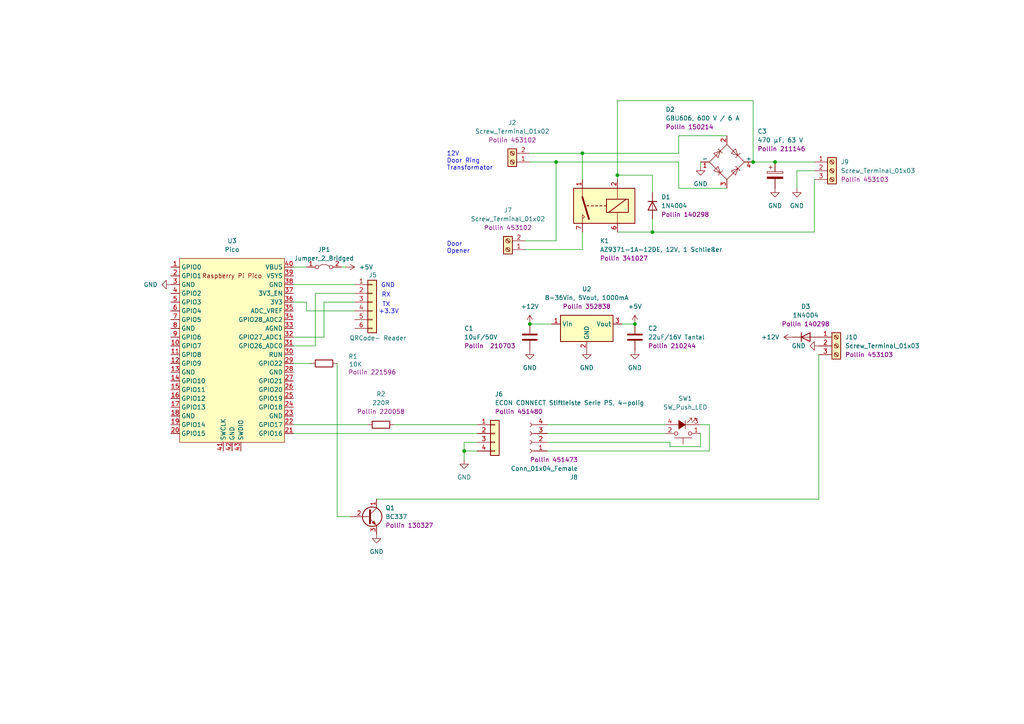
<source format=kicad_sch>
(kicad_sch (version 20231120) (generator "eeschema") (generator_version "8.0")
  (paper "A4")
  (lib_symbols
    (symbol "Connector:Conn_01x04_Female" (pin_names (offset 1.016) hide)
      (property "Reference" "J" (at 0 5.08 0))
      (property "Value" "Conn_01x04_Female" (at 0 -7.62 0))
      (symbol "Conn_01x04_Female_1_1"
        (arc (start 0 -4.572) (mid -0.5058 -5.08) (end 0 -5.588) (stroke (width 0.1524)))
        (arc (start 0 -2.032) (mid -0.5058 -2.54) (end 0 -3.048) (stroke (width 0.1524)))
        (polyline (pts (xy -1.27 -5.08) (xy -0.508 -5.08)) (stroke (width 0.1524)))
        (polyline (pts (xy -1.27 -2.54) (xy -0.508 -2.54)) (stroke (width 0.1524)))
        (polyline (pts (xy -1.27 0) (xy -0.508 0)) (stroke (width 0.1524)))
        (polyline (pts (xy -1.27 2.54) (xy -0.508 2.54)) (stroke (width 0.1524)))
        (arc (start 0 0.508) (mid -0.5058 0) (end 0 -0.508) (stroke (width 0.1524)))
        (arc (start 0 3.048) (mid -0.5058 2.54) (end 0 2.032) (stroke (width 0.1524)))
        (pin passive line (at -5.08 2.54 0) (length 3.81) (name "Pin_1") (number "1"))
        (pin passive line (at -5.08 0 0) (length 3.81) (name "Pin_2") (number "2"))
        (pin passive line (at -5.08 -2.54 0) (length 3.81) (name "Pin_3") (number "3"))
        (pin passive line (at -5.08 -5.08 0) (length 3.81) (name "Pin_4") (number "4"))
      )
    )
    (symbol "Connector:Screw_Terminal_01x02" (pin_names (offset 1.016) hide)
      (property "Reference" "J" (at 0 2.54 0))
      (property "Value" "Screw_Terminal_01x02" (at 0 -5.08 0))
      (symbol "Screw_Terminal_01x02_1_1"
        (rectangle (start -1.27 1.27) (end 1.27 -3.81) (stroke (width 0.254)) (fill (type background)))
        (circle (center 0 -2.54) (radius 0.635) (stroke (width 0.1524)))
        (polyline (pts (xy -0.5334 -2.2098) (xy 0.3302 -3.048)) (stroke (width 0.1524)))
        (polyline (pts (xy -0.5334 0.3302) (xy 0.3302 -0.508)) (stroke (width 0.1524)))
        (polyline (pts (xy -0.3556 -2.032) (xy 0.508 -2.8702)) (stroke (width 0.1524)))
        (polyline (pts (xy -0.3556 0.508) (xy 0.508 -0.3302)) (stroke (width 0.1524)))
        (circle (center 0 0) (radius 0.635) (stroke (width 0.1524)))
        (pin passive line (at -5.08 0 0) (length 3.81) (name "Pin_1") (number "1"))
        (pin passive line (at -5.08 -2.54 0) (length 3.81) (name "Pin_2") (number "2"))
      )
    )
    (symbol "Connector:Screw_Terminal_01x03" (pin_names (offset 1.016) hide)
      (property "Reference" "J" (at 0 5.08 0))
      (property "Value" "Screw_Terminal_01x03" (at 0 -5.08 0))
      (symbol "Screw_Terminal_01x03_1_1"
        (rectangle (start -1.27 3.81) (end 1.27 -3.81) (stroke (width 0.254)) (fill (type background)))
        (circle (center 0 -2.54) (radius 0.635) (stroke (width 0.1524)))
        (polyline (pts (xy -0.5334 -2.2098) (xy 0.3302 -3.048)) (stroke (width 0.1524)))
        (polyline (pts (xy -0.5334 0.3302) (xy 0.3302 -0.508)) (stroke (width 0.1524)))
        (polyline (pts (xy -0.5334 2.8702) (xy 0.3302 2.032)) (stroke (width 0.1524)))
        (polyline (pts (xy -0.3556 -2.032) (xy 0.508 -2.8702)) (stroke (width 0.1524)))
        (polyline (pts (xy -0.3556 0.508) (xy 0.508 -0.3302)) (stroke (width 0.1524)))
        (polyline (pts (xy -0.3556 3.048) (xy 0.508 2.2098)) (stroke (width 0.1524)))
        (circle (center 0 0) (radius 0.635) (stroke (width 0.1524)))
        (circle (center 0 2.54) (radius 0.635) (stroke (width 0.1524)))
        (pin passive line (at -5.08 2.54 0) (length 3.81) (name "Pin_1") (number "1"))
        (pin passive line (at -5.08 0 0) (length 3.81) (name "Pin_2") (number "2"))
        (pin passive line (at -5.08 -2.54 0) (length 3.81) (name "Pin_3") (number "3"))
      )
    )
    (symbol "Connector_Generic:Conn_01x04" (pin_names (offset 1.016) hide)
      (property "Reference" "J" (at 0 5.08 0))
      (property "Value" "Conn_01x04" (at 0 -7.62 0))
      (symbol "Conn_01x04_1_1"
        (rectangle (start -1.27 -4.953) (end 0 -5.207) (stroke (width 0.1524)))
        (rectangle (start -1.27 -2.413) (end 0 -2.667) (stroke (width 0.1524)))
        (rectangle (start -1.27 0.127) (end 0 -0.127) (stroke (width 0.1524)))
        (rectangle (start -1.27 2.667) (end 0 2.413) (stroke (width 0.1524)))
        (rectangle (start -1.27 3.81) (end 1.27 -6.35) (stroke (width 0.254)) (fill (type background)))
        (pin passive line (at -5.08 2.54 0) (length 3.81) (name "Pin_1") (number "1"))
        (pin passive line (at -5.08 0 0) (length 3.81) (name "Pin_2") (number "2"))
        (pin passive line (at -5.08 -2.54 0) (length 3.81) (name "Pin_3") (number "3"))
        (pin passive line (at -5.08 -5.08 0) (length 3.81) (name "Pin_4") (number "4"))
      )
    )
    (symbol "Connector_Generic:Conn_01x06" (pin_names (offset 1.016) hide)
      (property "Reference" "J" (at 0 7.62 0))
      (property "Value" "Conn_01x06" (at 0 -10.16 0))
      (symbol "Conn_01x06_1_1"
        (rectangle (start -1.27 -7.493) (end 0 -7.747) (stroke (width 0.1524)))
        (rectangle (start -1.27 -4.953) (end 0 -5.207) (stroke (width 0.1524)))
        (rectangle (start -1.27 -2.413) (end 0 -2.667) (stroke (width 0.1524)))
        (rectangle (start -1.27 0.127) (end 0 -0.127) (stroke (width 0.1524)))
        (rectangle (start -1.27 2.667) (end 0 2.413) (stroke (width 0.1524)))
        (rectangle (start -1.27 5.207) (end 0 4.953) (stroke (width 0.1524)))
        (rectangle (start -1.27 6.35) (end 1.27 -8.89) (stroke (width 0.254)) (fill (type background)))
        (pin passive line (at -5.08 5.08 0) (length 3.81) (name "Pin_1") (number "1"))
        (pin passive line (at -5.08 2.54 0) (length 3.81) (name "Pin_2") (number "2"))
        (pin passive line (at -5.08 0 0) (length 3.81) (name "Pin_3") (number "3"))
        (pin passive line (at -5.08 -2.54 0) (length 3.81) (name "Pin_4") (number "4"))
        (pin passive line (at -5.08 -5.08 0) (length 3.81) (name "Pin_5") (number "5"))
        (pin passive line (at -5.08 -7.62 0) (length 3.81) (name "Pin_6") (number "6"))
      )
    )
    (symbol "Device:C" (pin_numbers hide) (pin_names (offset 0.254))
      (property "Reference" "C" (at 0.635 2.54 0))
      (property "Value" "C" (at 0.635 -2.54 0))
      (symbol "C_0_1"
        (polyline (pts (xy -2.032 -0.762) (xy 2.032 -0.762)) (stroke (width 0.508)))
        (polyline (pts (xy -2.032 0.762) (xy 2.032 0.762)) (stroke (width 0.508)))
      )
      (symbol "C_1_1"
        (pin passive line (at 0 3.81 270) (length 2.794) (name "~") (number "1"))
        (pin passive line (at 0 -3.81 90) (length 2.794) (name "~") (number "2"))
      )
    )
    (symbol "Device:C_Polarized" (pin_numbers hide) (pin_names (offset 0.254))
      (property "Reference" "C" (at 0.635 2.54 0))
      (property "Value" "C_Polarized" (at 0.635 -2.54 0))
      (symbol "C_Polarized_0_1"
        (rectangle (start -2.286 0.508) (end 2.286 1.016))
        (polyline (pts (xy -1.778 2.286) (xy -0.762 2.286)))
        (polyline (pts (xy -1.27 2.794) (xy -1.27 1.778)))
        (rectangle (start 2.286 -0.508) (end -2.286 -1.016) (fill (type outline)))
      )
      (symbol "C_Polarized_1_1"
        (pin passive line (at 0 3.81 270) (length 2.794) (name "~") (number "1"))
        (pin passive line (at 0 -3.81 90) (length 2.794) (name "~") (number "2"))
      )
    )
    (symbol "Device:R" (pin_numbers hide) (pin_names (offset 0))
      (property "Reference" "R" (at 2.032 0 90))
      (property "Value" "R" (at 0 0 90))
      (symbol "R_0_1"
        (rectangle (start -1.016 -2.54) (end 1.016 2.54) (stroke (width 0.254)))
      )
      (symbol "R_1_1"
        (pin passive line (at 0 3.81 270) (length 1.27) (name "~") (number "1"))
        (pin passive line (at 0 -3.81 90) (length 1.27) (name "~") (number "2"))
      )
    )
    (symbol "Diode:1N4004" (pin_numbers hide) (pin_names (offset 1.016) hide)
      (property "Reference" "D" (at 0 2.54 0))
      (property "Value" "1N4004" (at 0 -2.54 0))
      (symbol "1N4004_0_1"
        (polyline (pts (xy -1.27 1.27) (xy -1.27 -1.27)) (stroke (width 0.254)))
        (polyline (pts (xy 1.27 0) (xy -1.27 0)))
        (polyline (pts (xy 1.27 1.27) (xy 1.27 -1.27) (xy -1.27 0) (xy 1.27 1.27)) (stroke (width 0.254)))
      )
      (symbol "1N4004_1_1"
        (pin passive line (at -3.81 0 0) (length 2.54) (name "K") (number "1"))
        (pin passive line (at 3.81 0 180) (length 2.54) (name "A") (number "2"))
      )
    )
    (symbol "Diode_Bridge:B80C2300-1500A" (pin_names (offset 0))
      (property "Reference" "D" (at 2.54 6.985 0))
      (property "Value" "B80C2300-1500A" (at 2.54 5.08 0))
      (symbol "B80C2300-1500A_0_1"
        (polyline (pts (xy -2.54 3.81) (xy -1.27 2.54)))
        (polyline (pts (xy -1.27 -2.54) (xy -2.54 -3.81)))
        (polyline (pts (xy 2.54 -1.27) (xy 3.81 -2.54)))
        (polyline (pts (xy 2.54 1.27) (xy 3.81 2.54)))
        (polyline (pts (xy -3.81 2.54) (xy -2.54 1.27) (xy -1.905 3.175) (xy -3.81 2.54)))
        (polyline (pts (xy -2.54 -1.27) (xy -3.81 -2.54) (xy -1.905 -3.175) (xy -2.54 -1.27)))
        (polyline (pts (xy 1.27 2.54) (xy 2.54 3.81) (xy 3.175 1.905) (xy 1.27 2.54)))
        (polyline (pts (xy 3.175 -1.905) (xy 1.27 -2.54) (xy 2.54 -3.81) (xy 3.175 -1.905)))
        (polyline (pts (xy -5.08 0) (xy 0 -5.08) (xy 5.08 0) (xy 0 5.08) (xy -5.08 0)))
      )
      (symbol "B80C2300-1500A_1_1"
        (pin passive line (at -7.62 0 0) (length 2.54) (name "-") (number "1"))
        (pin passive line (at 0 7.62 270) (length 2.54) (name "~") (number "2"))
        (pin passive line (at 0 -7.62 90) (length 2.54) (name "~") (number "3"))
        (pin passive line (at 7.62 0 180) (length 2.54) (name "+") (number "4"))
      )
    )
    (symbol "Jumper:Jumper_2_Bridged" (pin_names (offset 0) hide)
      (property "Reference" "JP" (at 0 1.905 0))
      (property "Value" "Jumper_2_Bridged" (at 0 -2.54 0))
      (symbol "Jumper_2_Bridged_0_0"
        (circle (center -2.032 0) (radius 0.508))
        (circle (center 2.032 0) (radius 0.508))
      )
      (symbol "Jumper_2_Bridged_0_1"
        (arc (start 1.524 0.254) (mid 0 0.762) (end -1.524 0.254))
      )
      (symbol "Jumper_2_Bridged_1_1"
        (pin passive line (at -5.08 0 0) (length 2.54) (name "A") (number "1"))
        (pin passive line (at 5.08 0 180) (length 2.54) (name "B") (number "2"))
      )
    )
    (symbol "MCU_RaspberryPi_and_Boards:Pico"
      (property "Reference" "U" (at -13.97 27.94 0))
      (property "Value" "Pico" (at 0 19.05 0))
      (symbol "Pico_0_0"
        (text "Raspberry Pi Pico" (at 0 21.59 0) (effects (font (size 1.27 1.27))))
      )
      (symbol "Pico_0_1"
        (rectangle (start -15.24 26.67) (end 15.24 -26.67) (fill (type background)))
      )
      (symbol "Pico_1_1"
        (pin bidirectional line (at -17.78 24.13 0) (length 2.54) (name "GPIO0") (number "1"))
        (pin bidirectional line (at -17.78 1.27 0) (length 2.54) (name "GPIO7") (number "10"))
        (pin bidirectional line (at -17.78 -1.27 0) (length 2.54) (name "GPIO8") (number "11"))
        (pin bidirectional line (at -17.78 -3.81 0) (length 2.54) (name "GPIO9") (number "12"))
        (pin power_in line (at -17.78 -6.35 0) (length 2.54) (name "GND") (number "13"))
        (pin bidirectional line (at -17.78 -8.89 0) (length 2.54) (name "GPIO10") (number "14"))
        (pin bidirectional line (at -17.78 -11.43 0) (length 2.54) (name "GPIO11") (number "15"))
        (pin bidirectional line (at -17.78 -13.97 0) (length 2.54) (name "GPIO12") (number "16"))
        (pin bidirectional line (at -17.78 -16.51 0) (length 2.54) (name "GPIO13") (number "17"))
        (pin power_in line (at -17.78 -19.05 0) (length 2.54) (name "GND") (number "18"))
        (pin bidirectional line (at -17.78 -21.59 0) (length 2.54) (name "GPIO14") (number "19"))
        (pin bidirectional line (at -17.78 21.59 0) (length 2.54) (name "GPIO1") (number "2"))
        (pin bidirectional line (at -17.78 -24.13 0) (length 2.54) (name "GPIO15") (number "20"))
        (pin bidirectional line (at 17.78 -24.13 180) (length 2.54) (name "GPIO16") (number "21"))
        (pin bidirectional line (at 17.78 -21.59 180) (length 2.54) (name "GPIO17") (number "22"))
        (pin power_in line (at 17.78 -19.05 180) (length 2.54) (name "GND") (number "23"))
        (pin bidirectional line (at 17.78 -16.51 180) (length 2.54) (name "GPIO18") (number "24"))
        (pin bidirectional line (at 17.78 -13.97 180) (length 2.54) (name "GPIO19") (number "25"))
        (pin bidirectional line (at 17.78 -11.43 180) (length 2.54) (name "GPIO20") (number "26"))
        (pin bidirectional line (at 17.78 -8.89 180) (length 2.54) (name "GPIO21") (number "27"))
        (pin power_in line (at 17.78 -6.35 180) (length 2.54) (name "GND") (number "28"))
        (pin bidirectional line (at 17.78 -3.81 180) (length 2.54) (name "GPIO22") (number "29"))
        (pin power_in line (at -17.78 19.05 0) (length 2.54) (name "GND") (number "3"))
        (pin input line (at 17.78 -1.27 180) (length 2.54) (name "RUN") (number "30"))
        (pin bidirectional line (at 17.78 1.27 180) (length 2.54) (name "GPIO26_ADC0") (number "31"))
        (pin bidirectional line (at 17.78 3.81 180) (length 2.54) (name "GPIO27_ADC1") (number "32"))
        (pin power_in line (at 17.78 6.35 180) (length 2.54) (name "AGND") (number "33"))
        (pin bidirectional line (at 17.78 8.89 180) (length 2.54) (name "GPIO28_ADC2") (number "34"))
        (pin power_in line (at 17.78 11.43 180) (length 2.54) (name "ADC_VREF") (number "35"))
        (pin power_in line (at 17.78 13.97 180) (length 2.54) (name "3V3") (number "36"))
        (pin input line (at 17.78 16.51 180) (length 2.54) (name "3V3_EN") (number "37"))
        (pin bidirectional line (at 17.78 19.05 180) (length 2.54) (name "GND") (number "38"))
        (pin power_in line (at 17.78 21.59 180) (length 2.54) (name "VSYS") (number "39"))
        (pin bidirectional line (at -17.78 16.51 0) (length 2.54) (name "GPIO2") (number "4"))
        (pin power_in line (at 17.78 24.13 180) (length 2.54) (name "VBUS") (number "40"))
        (pin input line (at -2.54 -29.21 90) (length 2.54) (name "SWCLK") (number "41"))
        (pin power_in line (at 0 -29.21 90) (length 2.54) (name "GND") (number "42"))
        (pin bidirectional line (at 2.54 -29.21 90) (length 2.54) (name "SWDIO") (number "43"))
        (pin bidirectional line (at -17.78 13.97 0) (length 2.54) (name "GPIO3") (number "5"))
        (pin bidirectional line (at -17.78 11.43 0) (length 2.54) (name "GPIO4") (number "6"))
        (pin bidirectional line (at -17.78 8.89 0) (length 2.54) (name "GPIO5") (number "7"))
        (pin power_in line (at -17.78 6.35 0) (length 2.54) (name "GND") (number "8"))
        (pin bidirectional line (at -17.78 3.81 0) (length 2.54) (name "GPIO6") (number "9"))
      )
    )
    (symbol "Regulator_Switching:TSR_1-2450"
      (property "Reference" "U" (at -7.62 6.35 0))
      (property "Value" "TSR_1-2450" (at -1.27 6.35 0))
      (symbol "TSR_1-2450_0_1"
        (rectangle (start -7.62 5.08) (end 7.62 -2.54) (stroke (width 0.254)) (fill (type background)))
      )
      (symbol "TSR_1-2450_1_1"
        (pin power_in line (at -10.16 2.54 0) (length 2.54) (name "Vin") (number "1"))
        (pin power_in line (at 0 -5.08 90) (length 2.54) (name "GND") (number "2"))
        (pin power_out line (at 10.16 2.54 180) (length 2.54) (name "Vout") (number "3"))
      )
    )
    (symbol "Relay:DIPxx-1Axx-11x"
      (property "Reference" "K" (at 8.89 3.81 0))
      (property "Value" "DIPxx-1Axx-11x" (at 8.89 1.27 0))
      (symbol "DIPxx-1Axx-11x_0_0"
        (polyline (pts (xy 5.08 5.08) (xy 5.08 2.54) (xy 4.445 3.175) (xy 5.08 3.81)))
      )
      (symbol "DIPxx-1Axx-11x_0_1"
        (rectangle (start -10.16 5.08) (end 7.62 -5.08) (stroke (width 0.254)) (fill (type background)))
        (rectangle (start -8.255 1.905) (end -1.905 -1.905) (stroke (width 0.254)))
        (polyline (pts (xy -7.62 -1.905) (xy -2.54 1.905)) (stroke (width 0.254)))
        (polyline (pts (xy -5.08 -5.08) (xy -5.08 -1.905)))
        (polyline (pts (xy -5.08 5.08) (xy -5.08 1.905)))
        (polyline (pts (xy -1.905 0) (xy -1.27 0)) (stroke (width 0.254)))
        (polyline (pts (xy -0.635 0) (xy 0 0)) (stroke (width 0.254)))
        (polyline (pts (xy 0.635 0) (xy 1.27 0)) (stroke (width 0.254)))
        (polyline (pts (xy 1.905 0) (xy 2.54 0)) (stroke (width 0.254)))
        (polyline (pts (xy 3.175 0) (xy 3.81 0)) (stroke (width 0.254)))
        (polyline (pts (xy 5.08 -2.54) (xy 3.175 3.81)) (stroke (width 0.508)))
        (polyline (pts (xy 5.08 -2.54) (xy 5.08 -5.08)))
      )
      (symbol "DIPxx-1Axx-11x_1_1"
        (pin passive line (at 5.08 -7.62 90) (length 2.54) (name "~") (number "1"))
        (pin passive line (at 5.08 -7.62 90) (length 2.54) hide (name "~") (number "14"))
        (pin passive line (at -5.08 -7.62 90) (length 2.54) (name "~") (number "2"))
        (pin passive line (at -5.08 7.62 270) (length 2.54) (name "~") (number "6"))
        (pin passive line (at 5.08 7.62 270) (length 2.54) (name "~") (number "7"))
        (pin passive line (at 5.08 7.62 270) (length 2.54) hide (name "~") (number "8"))
      )
    )
    (symbol "Switch:SW_Push_LED" (pin_names (offset 1.016) hide)
      (property "Reference" "SW" (at 0.635 5.715 0))
      (property "Value" "SW_Push_LED" (at 0 -3.175 0))
      (symbol "SW_Push_LED_0_0"
        (polyline (pts (xy -3.81 -1.905) (xy -2.54 -0.635)))
        (polyline (pts (xy -2.54 -1.905) (xy -1.27 -0.635)))
        (polyline (pts (xy -2.54 0) (xy 2.54 0)))
        (polyline (pts (xy -0.635 1.27) (xy -0.635 -1.27)))
        (polyline (pts (xy -3.81 -1.27) (xy -3.81 -1.905) (xy -3.175 -1.905)))
        (polyline (pts (xy -2.54 -1.27) (xy -2.54 -1.905) (xy -1.905 -1.905)))
        (polyline (pts (xy -0.635 0) (xy 1.27 1.27) (xy 1.27 -1.27) (xy -0.635 0)) (fill (type outline)))
      )
      (symbol "SW_Push_LED_0_1"
        (circle (center -2.032 2.54) (radius 0.508))
        (polyline (pts (xy 0 3.81) (xy 0 5.588)))
        (polyline (pts (xy 2.54 3.81) (xy -2.54 3.81)))
        (circle (center 2.032 2.54) (radius 0.508))
        (pin passive line (at -5.08 2.54 0) (length 2.54) (name "1") (number "1"))
        (pin passive line (at 5.08 2.54 180) (length 2.54) (name "2") (number "2"))
        (pin passive line (at -5.08 0 0) (length 2.54) (name "K") (number "3"))
        (pin passive line (at 5.08 0 180) (length 2.54) (name "A") (number "4"))
      )
    )
    (symbol "Transistor_BJT:BC337" (pin_names (offset 0) hide)
      (property "Reference" "Q" (at 5.08 1.905 0))
      (property "Value" "BC337" (at 5.08 0 0))
      (symbol "BC337_0_1"
        (polyline (pts (xy 0 0) (xy 0.635 0)))
        (polyline (pts (xy 0.635 0.635) (xy 2.54 2.54)))
        (polyline (pts (xy 0.635 -0.635) (xy 2.54 -2.54) (xy 2.54 -2.54)))
        (polyline (pts (xy 0.635 1.905) (xy 0.635 -1.905) (xy 0.635 -1.905)) (stroke (width 0.508)))
        (polyline (pts (xy 1.27 -1.778) (xy 1.778 -1.27) (xy 2.286 -2.286) (xy 1.27 -1.778) (xy 1.27 -1.778)) (fill (type outline)))
        (circle (center 1.27 0) (radius 2.8194) (stroke (width 0.254)))
      )
      (symbol "BC337_1_1"
        (pin passive line (at 2.54 5.08 270) (length 2.54) (name "C") (number "1"))
        (pin input line (at -5.08 0 0) (length 5.08) (name "B") (number "2"))
        (pin passive line (at 2.54 -5.08 90) (length 2.54) (name "E") (number "3"))
      )
    )
    (symbol "power:+12V" (power) (pin_names (offset 0))
      (property "Value" "+12V" (at 0 3.556 0))
      (symbol "+12V_0_1"
        (polyline (pts (xy -0.762 1.27) (xy 0 2.54)))
        (polyline (pts (xy 0 0) (xy 0 2.54)))
        (polyline (pts (xy 0 2.54) (xy 0.762 1.27)))
      )
      (symbol "+12V_1_1"
        (pin power_in line (at 0 0 90) (length 0) hide (name "+12V") (number "1"))
      )
    )
    (symbol "power:+5V" (power) (pin_names (offset 0))
      (property "Value" "+5V" (at 0 3.556 0))
      (symbol "+5V_0_1"
        (polyline (pts (xy -0.762 1.27) (xy 0 2.54)))
        (polyline (pts (xy 0 0) (xy 0 2.54)))
        (polyline (pts (xy 0 2.54) (xy 0.762 1.27)))
      )
      (symbol "+5V_1_1"
        (pin power_in line (at 0 0 90) (length 0) hide (name "+5V") (number "1"))
      )
    )
    (symbol "power:GND" (power) (pin_names (offset 0))
      (property "Value" "GND" (at 0 -3.81 0))
      (symbol "GND_0_1"
        (polyline (pts (xy 0 0) (xy 0 -1.27) (xy 1.27 -1.27) (xy 0 -2.54) (xy -1.27 -1.27) (xy 0 -1.27)))
      )
      (symbol "GND_1_1"
        (pin power_in line (at 0 0 270) (length 0) hide (name "GND") (number "1"))
      )
    )
  )
  (junction (at 134.62 130.81))
  (junction (at 184.15 93.98))
  (junction (at 189.23 67.31))
  (junction (at 179.07 50.8))
  (junction (at 168.91 44.45))
  (junction (at 161.29 46.99))
  (junction (at 153.67 93.98))
  (junction (at 224.79 46.99))
  (junction (at 218.44 46.99))
  (wire (pts (xy 91.44 85.09) (xy 91.44 100.33)))
  (wire (pts (xy 114.3 123.19) (xy 138.43 123.19)))
  (wire (pts (xy 189.23 63.5) (xy 189.23 67.31)))
  (wire (pts (xy 134.62 130.81) (xy 134.62 133.35)))
  (wire (pts (xy 237.49 144.78) (xy 109.22 144.78)))
  (wire (pts (xy 205.74 130.81) (xy 158.75 130.81)))
  (wire (pts (xy 189.23 67.31) (xy 236.22 67.31)))
  (wire (pts (xy 231.14 49.53) (xy 231.14 54.61)))
  (wire (pts (xy 189.23 50.8) (xy 179.07 50.8)))
  (wire (pts (xy 194.31 128.27) (xy 158.75 128.27)))
  (wire (pts (xy 153.67 46.99) (xy 161.29 46.99)))
  (wire (pts (xy 91.44 100.33) (xy 85.09 100.33)))
  (wire (pts (xy 196.85 39.37) (xy 196.85 44.45)))
  (wire (pts (xy 102.87 87.63) (xy 93.98 87.63)))
  (wire (pts (xy 153.67 93.98) (xy 160.02 93.98)))
  (wire (pts (xy 85.09 123.19) (xy 106.68 123.19)))
  (wire (pts (xy 218.44 46.99) (xy 218.44 29.21)))
  (wire (pts (xy 168.91 72.39) (xy 152.4 72.39)))
  (wire (pts (xy 205.74 123.19) (xy 205.74 130.81)))
  (wire (pts (xy 210.82 54.61) (xy 196.85 54.61)))
  (wire (pts (xy 203.2 48.26) (xy 203.2 46.99)))
  (wire (pts (xy 134.62 130.81) (xy 138.43 130.81)))
  (wire (pts (xy 236.22 49.53) (xy 231.14 49.53)))
  (wire (pts (xy 180.34 93.98) (xy 184.15 93.98)))
  (wire (pts (xy 218.44 46.99) (xy 224.79 46.99)))
  (wire (pts (xy 97.79 105.41) (xy 97.79 149.86)))
  (wire (pts (xy 179.07 67.31) (xy 189.23 67.31)))
  (wire (pts (xy 102.87 85.09) (xy 91.44 85.09)))
  (wire (pts (xy 203.2 129.54) (xy 194.31 129.54)))
  (wire (pts (xy 161.29 46.99) (xy 196.85 46.99)))
  (wire (pts (xy 168.91 44.45) (xy 168.91 52.07)))
  (wire (pts (xy 161.29 46.99) (xy 161.29 69.85)))
  (wire (pts (xy 100.33 77.47) (xy 99.06 77.47)))
  (wire (pts (xy 210.82 39.37) (xy 196.85 39.37)))
  (wire (pts (xy 85.09 125.73) (xy 138.43 125.73)))
  (wire (pts (xy 196.85 44.45) (xy 168.91 44.45)))
  (wire (pts (xy 85.09 77.47) (xy 88.9 77.47)))
  (wire (pts (xy 179.07 29.21) (xy 179.07 50.8)))
  (wire (pts (xy 85.09 82.55) (xy 102.87 82.55)))
  (wire (pts (xy 93.98 87.63) (xy 93.98 97.79)))
  (wire (pts (xy 196.85 54.61) (xy 196.85 46.99)))
  (wire (pts (xy 88.9 87.63) (xy 88.9 90.17)))
  (wire (pts (xy 93.98 97.79) (xy 85.09 97.79)))
  (wire (pts (xy 218.44 29.21) (xy 179.07 29.21)))
  (wire (pts (xy 88.9 90.17) (xy 102.87 90.17)))
  (wire (pts (xy 158.75 125.73) (xy 193.04 125.73)))
  (wire (pts (xy 85.09 105.41) (xy 90.17 105.41)))
  (wire (pts (xy 224.79 46.99) (xy 236.22 46.99)))
  (wire (pts (xy 194.31 129.54) (xy 194.31 128.27)))
  (wire (pts (xy 97.79 149.86) (xy 101.6 149.86)))
  (wire (pts (xy 168.91 67.31) (xy 168.91 72.39)))
  (wire (pts (xy 158.75 123.19) (xy 193.04 123.19)))
  (wire (pts (xy 134.62 128.27) (xy 134.62 130.81)))
  (wire (pts (xy 138.43 128.27) (xy 134.62 128.27)))
  (wire (pts (xy 203.2 125.73) (xy 203.2 129.54)))
  (wire (pts (xy 237.49 102.87) (xy 237.49 144.78)))
  (wire (pts (xy 203.2 123.19) (xy 205.74 123.19)))
  (wire (pts (xy 161.29 69.85) (xy 152.4 69.85)))
  (wire (pts (xy 88.9 87.63) (xy 85.09 87.63)))
  (wire (pts (xy 168.91 44.45) (xy 153.67 44.45)))
  (wire (pts (xy 179.07 50.8) (xy 179.07 52.07)))
  (wire (pts (xy 189.23 55.88) (xy 189.23 50.8)))
  (wire (pts (xy 236.22 67.31) (xy 236.22 52.07)))
  (text "Door\nOpener" (at 129.54 73.66 0) (effects (font (size 1.27 1.27)) (justify left bottom)))
  (text "+3.3V" (at 112.776 90.424 0) (effects (font (size 1.27 1.27))))
  (text "TX" (at 112.014 88.392 0) (effects (font (size 1.27 1.27))))
  (text "12V\nDoor Ring\nTransformator" (at 129.54 49.53 0) (effects (font (size 1.27 1.27)) (justify left bottom)))
  (text "GND" (at 112.522 82.804 0) (effects (font (size 1.27 1.27))))
  (text "RX" (at 112.014 85.598 0) (effects (font (size 1.27 1.27))))
  (symbol (lib_id "Diode_Bridge:B80C2300-1500A") (at 210.82 46.99 0) (unit 1)
    (property "Reference" "D2" (at 193.04 31.75 0) (effects (justify left)))
    (property "Value" "GBU606, 600 V / 6 A" (at 193.04 34.29 0) (effects (justify left)))
    (property "Footprint" "Diode_THT:Diode_Bridge_19.0x3.5x10.0mm_P5.0mm" (effects (hide yes)))
    (property "Datasheet" "https://diotec.com/tl_files/diotec/files/pdf/datasheets/b40c2300.pdf" (effects (hide yes)))
    (property "Supplier" "Pollin 150214" (at 193.04 36.83 0) (effects (justify left)))
  )
  (symbol (lib_id "power:GND") (at 231.14 54.61 0) (unit 1)
    (property "Reference" "#PWR014" (effects (hide yes)))
    (property "Value" "GND" (at 231.14 59.69 0))
  )
  (symbol (lib_id "power:GND") (at 237.49 100.33 270) (unit 1)
    (property "Reference" "#PWR015" (effects (hide yes)))
    (property "Value" "GND" (at 233.68 100.3299 90) (effects (justify right)))
  )
  (symbol (lib_id "Connector:Screw_Terminal_01x03") (at 241.3 49.53 0) (unit 1)
    (property "Reference" "J9" (at 243.84 46.9899 0) (effects (justify left)))
    (property "Value" "Screw_Terminal_01x03" (at 243.84 49.5299 0) (effects (justify left)))
    (property "Supplier" "Pollin 453103" (at 243.84 52.0699 0) (effects (justify left)))
  )
  (symbol (lib_id "MCU_RaspberryPi_and_Boards:Pico") (at 67.31 101.6 0) (unit 1)
    (property "Reference" "U3" (at 67.31 69.85 0))
    (property "Value" "Pico" (at 67.31 72.39 0))
    (property "Footprint" "RPi_Pico:RPi_Pico_SMD_TH" (effects (hide yes)))
  )
  (symbol (lib_id "power:+12V") (at 153.67 93.98 0) (unit 1)
    (property "Reference" "#PWR06" (effects (hide yes)))
    (property "Value" "+12V" (at 153.67 88.9 0))
  )
  (symbol (lib_id "Relay:DIPxx-1Axx-11x") (at 173.99 59.69 180) (unit 1)
    (property "Reference" "K1" (at 173.99 69.85 0) (effects (justify right)))
    (property "Value" "AZ9371-1A-12DE, 12V, 1 Schließer" (at 173.99 72.39 0) (effects (justify right)))
    (property "Footprint" "Relay_THT:Relay_StandexMeder_DIP_LowProfile" (effects (hide yes)))
    (property "Datasheet" "https://standexelectronics.com/wp-content/uploads/datasheet_reed_relay_DIP.pdf" (effects (hide yes)))
    (property "Supplier" "Pollin 341027" (at 173.99 74.93 0) (effects (justify right)))
  )
  (symbol (lib_id "Device:C_Polarized") (at 224.79 50.8 0) (unit 1)
    (property "Reference" "C3" (at 219.71 38.1 0) (effects (justify left)))
    (property "Value" "470 µF, 63 V" (at 219.71 40.64 0) (effects (justify left)))
    (property "Supplier" "Pollin 211146" (at 219.71 43.18 0) (effects (justify left)))
  )
  (symbol (lib_id "Connector_Generic:Conn_01x06") (at 107.95 87.63 0) (unit 1)
    (property "Reference" "J5" (at 106.934 79.756 0) (effects (justify left)))
    (property "Value" "QRCode- Reader" (at 101.346 98.044 0) (effects (justify left)))
    (property "Description" "Generic connector, single row, 01x06, script generated (kicad-library-utils/schlib/autogen/connector/)" (effects (hide yes)))
  )
  (symbol (lib_id "power:GND") (at 153.67 101.6 0) (unit 1)
    (property "Reference" "#PWR07" (effects (hide yes)))
    (property "Value" "GND" (at 153.67 106.68 0))
  )
  (symbol (lib_id "Connector:Screw_Terminal_01x02") (at 147.32 72.39 180) (unit 1)
    (property "Reference" "J7" (at 147.32 60.96 0))
    (property "Value" "Screw_Terminal_01x02" (at 147.32 63.5 0))
    (property "Supplier" "Pollin 453102" (at 147.32 66.04 0))
  )
  (symbol (lib_id "Regulator_Switching:TSR_1-2450") (at 170.18 96.52 0) (unit 1)
    (property "Reference" "U2" (at 170.18 83.82 0))
    (property "Value" "8-36Vin, 5Vout, 1000mA" (at 170.18 86.36 0))
    (property "Footprint" "Converter_DCDC:Converter_DCDC_TRACO_TSR-1_THT" (effects (hide yes)))
    (property "Datasheet" "http://www.tracopower.com/products/tsr1.pdf" (effects (hide yes)))
    (property "Supplier" "Pollin 352838" (at 170.18 88.9 0))
  )
  (symbol (lib_id "power:GND") (at 170.18 101.6 0) (unit 1)
    (property "Reference" "#PWR08" (effects (hide yes)))
    (property "Value" "GND" (at 170.18 106.68 0))
  )
  (symbol (lib_id "Transistor_BJT:BC337") (at 106.68 149.86 0) (unit 1)
    (property "Reference" "Q1" (at 111.76 147.3199 0) (effects (justify left)))
    (property "Value" "BC337" (at 111.76 149.8599 0) (effects (justify left)))
    (property "Footprint" "Package_TO_SOT_THT:TO-92_Inline" (effects (hide yes)))
    (property "Datasheet" "https://diotec.com/tl_files/diotec/files/pdf/datasheets/bc337.pdf" (effects (hide yes)))
    (property "Supplier" "Pollin 130327" (at 111.76 152.3999 0) (effects (justify left)))
  )
  (symbol (lib_id "power:GND") (at 224.79 54.61 0) (unit 1)
    (property "Reference" "#PWR012" (effects (hide yes)))
    (property "Value" "GND" (at 224.79 59.69 0))
  )
  (symbol (lib_id "Jumper:Jumper_2_Bridged") (at 93.98 77.47 0) (unit 1)
    (property "Reference" "JP1" (at 93.98 72.39 0))
    (property "Value" "Jumper_2_Bridged" (at 93.98 74.93 0))
    (property "Description" "Jumper, 2-pole, closed/bridged" (effects (hide yes)))
  )
  (symbol (lib_id "Connector:Conn_01x04_Female") (at 153.67 128.27 180) (unit 1)
    (property "Reference" "J8" (at 167.64 138.43 0) (effects (justify left)))
    (property "Value" "Conn_01x04_Female" (at 167.64 135.89 0) (effects (justify left)))
    (property "Supplier" "Pollin 451473" (at 167.64 133.35 0) (effects (justify left)))
  )
  (symbol (lib_id "power:+12V") (at 229.87 97.79 90) (unit 1)
    (property "Reference" "#PWR013" (effects (hide yes)))
    (property "Value" "+12V" (at 226.06 97.7899 90) (effects (justify left)))
  )
  (symbol (lib_id "Device:C") (at 153.67 97.79 0) (unit 1)
    (property "Reference" "C1" (at 134.62 95.2499 0) (effects (justify left)))
    (property "Value" "10uF/50V" (at 134.62 97.7899 0) (effects (justify left)))
    (property "Supplier" "Pollin  210703" (at 134.62 100.3299 0) (effects (justify left)))
  )
  (symbol (lib_id "Diode:1N4004") (at 233.68 97.79 0) (unit 1)
    (property "Reference" "D3" (at 233.68 88.9 0))
    (property "Value" "1N4004" (at 233.68 91.44 0))
    (property "Footprint" "Diode_THT:D_DO-41_SOD81_P10.16mm_Horizontal" (effects (hide yes)))
    (property "Datasheet" "http://www.vishay.com/docs/88503/1n4001.pdf" (effects (hide yes)))
    (property "Supplier" "Pollin 140298" (at 233.68 93.98 0))
  )
  (symbol (lib_id "power:GND") (at 49.53 82.55 270) (unit 1)
    (property "Reference" "#PWR01" (effects (hide yes)))
    (property "Value" "GND" (at 45.72 82.5499 90) (effects (justify right)))
  )
  (symbol (lib_id "power:GND") (at 203.2 48.26 0) (unit 1)
    (property "Reference" "#PWR011" (effects (hide yes)))
    (property "Value" "GND" (at 203.2 53.34 0))
  )
  (symbol (lib_id "power:GND") (at 184.15 101.6 0) (unit 1)
    (property "Reference" "#PWR010" (effects (hide yes)))
    (property "Value" "GND" (at 184.15 106.68 0))
  )
  (symbol (lib_id "power:GND") (at 134.62 133.35 0) (unit 1)
    (property "Reference" "#PWR05" (effects (hide yes)))
    (property "Value" "GND" (at 134.62 138.43 0))
  )
  (symbol (lib_id "power:GND") (at 109.22 154.94 0) (unit 1)
    (property "Reference" "#PWR03" (effects (hide yes)))
    (property "Value" "GND" (at 109.22 160.02 0))
  )
  (symbol (lib_id "Device:R") (at 110.49 123.19 90) (unit 1)
    (property "Reference" "R2" (at 110.49 114.3 90))
    (property "Value" "220R" (at 110.49 116.84 90))
    (property "Supplier" "Pollin 220058" (at 110.49 119.38 90))
  )
  (symbol (lib_id "power:+5V") (at 184.15 93.98 0) (unit 1)
    (property "Reference" "#PWR09" (effects (hide yes)))
    (property "Value" "+5V" (at 184.15 88.9 0))
  )
  (symbol (lib_id "Connector:Screw_Terminal_01x02") (at 148.59 46.99 180) (unit 1)
    (property "Reference" "J2" (at 148.59 35.56 0))
    (property "Value" "Screw_Terminal_01x02" (at 148.59 38.1 0))
    (property "Supplier" "Pollin 453102" (at 148.59 40.64 0))
  )
  (symbol (lib_id "Connector_Generic:Conn_01x04") (at 143.51 125.73 0) (unit 1)
    (property "Reference" "J6" (at 143.51 114.3 0) (effects (justify left)))
    (property "Value" "ECON CONNECT Stiftleiste Serie PS, 4-polig" (at 143.51 116.84 0) (effects (justify left)))
    (property "Supplier" "Pollin 451480" (at 143.51 119.38 0) (effects (justify left)))
  )
  (symbol (lib_id "Device:R") (at 93.98 105.41 90) (unit 1)
    (property "Reference" "R1" (at 102.362 103.378 90))
    (property "Value" "10K" (at 103.124 105.664 90))
    (property "Supplier" "Pollin 221596" (at 107.95 107.95 90))
  )
  (symbol (lib_id "Device:C") (at 184.15 97.79 0) (unit 1)
    (property "Reference" "C2" (at 187.96 95.2499 0) (effects (justify left)))
    (property "Value" "22uF/16V Tantal" (at 187.96 97.7899 0) (effects (justify left)))
    (property "Supplier" "Pollin 210244" (at 187.96 100.3299 0) (effects (justify left)))
  )
  (symbol (lib_id "Connector:Screw_Terminal_01x03") (at 242.57 100.33 0) (unit 1)
    (property "Reference" "J10" (at 245.11 97.7899 0) (effects (justify left)))
    (property "Value" "Screw_Terminal_01x03" (at 245.11 100.3299 0) (effects (justify left)))
    (property "Supplier" "Pollin 453103" (at 245.11 102.8699 0) (effects (justify left)))
  )
  (symbol (lib_id "power:+5V") (at 100.33 77.47 270) (unit 1)
    (property "Reference" "#PWR02" (effects (hide yes)))
    (property "Value" "+5V" (at 104.14 77.4699 90) (effects (justify left)))
  )
  (symbol (lib_id "Diode:1N4004") (at 189.23 59.69 270) (unit 1)
    (property "Reference" "D1" (at 191.77 57.1499 90) (effects (justify left)))
    (property "Value" "1N4004" (at 191.77 59.6899 90) (effects (justify left)))
    (property "Footprint" "Diode_THT:D_DO-41_SOD81_P10.16mm_Horizontal" (effects (hide yes)))
    (property "Datasheet" "http://www.vishay.com/docs/88503/1n4001.pdf" (effects (hide yes)))
    (property "Supplier" "Pollin 140298" (at 191.77 62.2299 90) (effects (justify left)))
  )
  (symbol (lib_id "Switch:SW_Push_LED") (at 198.12 123.19 180) (unit 1)
    (property "Reference" "SW1" (at 198.755 115.57 0))
    (property "Value" "SW_Push_LED" (at 198.755 118.11 0))
  )
)
</source>
